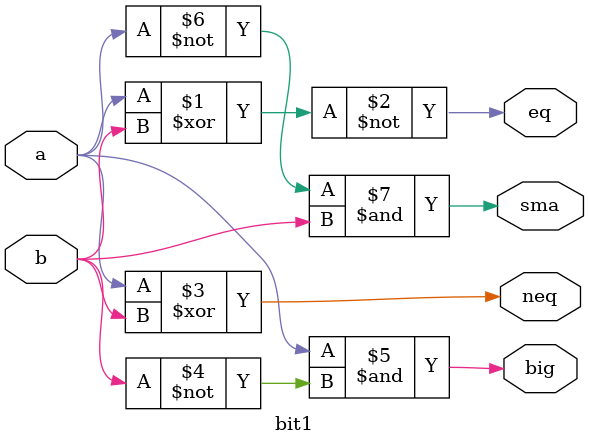
<source format=v>
`timescale 1ns / 1ps


module bit1(
    input a,b,
    output eq,neq,big,sma
    );
assign eq = ~(a^b);
assign neq = a^b;
assign big = a&(~b);
assign sma = (~a)&b;
endmodule

</source>
